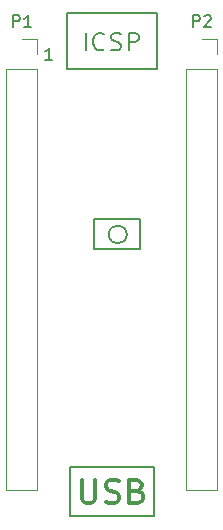
<source format=gbr>
G04 #@! TF.GenerationSoftware,KiCad,Pcbnew,(5.1.4)-1*
G04 #@! TF.CreationDate,2019-10-18T00:08:50-04:00*
G04 #@! TF.ProjectId,RepRap Display Controller,52657052-6170-4204-9469-73706c617920,rev?*
G04 #@! TF.SameCoordinates,Original*
G04 #@! TF.FileFunction,Legend,Top*
G04 #@! TF.FilePolarity,Positive*
%FSLAX46Y46*%
G04 Gerber Fmt 4.6, Leading zero omitted, Abs format (unit mm)*
G04 Created by KiCad (PCBNEW (5.1.4)-1) date 2019-10-18 00:08:50*
%MOMM*%
%LPD*%
G04 APERTURE LIST*
%ADD10C,0.150000*%
%ADD11C,0.300000*%
%ADD12C,0.120000*%
G04 APERTURE END LIST*
D10*
X150622000Y-106172000D02*
X150622000Y-110363000D01*
X143510000Y-106172000D02*
X150622000Y-106172000D01*
X143510000Y-110363000D02*
X143510000Y-106172000D01*
X150622000Y-110363000D02*
X143510000Y-110363000D01*
X150876000Y-67754500D02*
X143256000Y-67754500D01*
X150876000Y-72517000D02*
X150876000Y-67754500D01*
X143256000Y-72517000D02*
X150876000Y-72517000D01*
X143256000Y-67754500D02*
X143256000Y-72517000D01*
X148336000Y-86487000D02*
G75*
G03X148336000Y-86487000I-762000J0D01*
G01*
X149479000Y-85217000D02*
X145542000Y-85217000D01*
X149479000Y-87757000D02*
X149479000Y-85217000D01*
X145542000Y-87757000D02*
X149479000Y-87757000D01*
X145542000Y-85217000D02*
X145542000Y-87757000D01*
X144851714Y-70909571D02*
X144851714Y-69409571D01*
X146423142Y-70766714D02*
X146351714Y-70838142D01*
X146137428Y-70909571D01*
X145994571Y-70909571D01*
X145780285Y-70838142D01*
X145637428Y-70695285D01*
X145566000Y-70552428D01*
X145494571Y-70266714D01*
X145494571Y-70052428D01*
X145566000Y-69766714D01*
X145637428Y-69623857D01*
X145780285Y-69481000D01*
X145994571Y-69409571D01*
X146137428Y-69409571D01*
X146351714Y-69481000D01*
X146423142Y-69552428D01*
X146994571Y-70838142D02*
X147208857Y-70909571D01*
X147566000Y-70909571D01*
X147708857Y-70838142D01*
X147780285Y-70766714D01*
X147851714Y-70623857D01*
X147851714Y-70481000D01*
X147780285Y-70338142D01*
X147708857Y-70266714D01*
X147566000Y-70195285D01*
X147280285Y-70123857D01*
X147137428Y-70052428D01*
X147066000Y-69981000D01*
X146994571Y-69838142D01*
X146994571Y-69695285D01*
X147066000Y-69552428D01*
X147137428Y-69481000D01*
X147280285Y-69409571D01*
X147637428Y-69409571D01*
X147851714Y-69481000D01*
X148494571Y-70909571D02*
X148494571Y-69409571D01*
X149066000Y-69409571D01*
X149208857Y-69481000D01*
X149280285Y-69552428D01*
X149351714Y-69695285D01*
X149351714Y-69909571D01*
X149280285Y-70052428D01*
X149208857Y-70123857D01*
X149066000Y-70195285D01*
X148494571Y-70195285D01*
D11*
X144542190Y-107235761D02*
X144542190Y-108854809D01*
X144637428Y-109045285D01*
X144732666Y-109140523D01*
X144923142Y-109235761D01*
X145304095Y-109235761D01*
X145494571Y-109140523D01*
X145589809Y-109045285D01*
X145685047Y-108854809D01*
X145685047Y-107235761D01*
X146542190Y-109140523D02*
X146827904Y-109235761D01*
X147304095Y-109235761D01*
X147494571Y-109140523D01*
X147589809Y-109045285D01*
X147685047Y-108854809D01*
X147685047Y-108664333D01*
X147589809Y-108473857D01*
X147494571Y-108378619D01*
X147304095Y-108283380D01*
X146923142Y-108188142D01*
X146732666Y-108092904D01*
X146637428Y-107997666D01*
X146542190Y-107807190D01*
X146542190Y-107616714D01*
X146637428Y-107426238D01*
X146732666Y-107331000D01*
X146923142Y-107235761D01*
X147399333Y-107235761D01*
X147685047Y-107331000D01*
X149208857Y-108188142D02*
X149494571Y-108283380D01*
X149589809Y-108378619D01*
X149685047Y-108569095D01*
X149685047Y-108854809D01*
X149589809Y-109045285D01*
X149494571Y-109140523D01*
X149304095Y-109235761D01*
X148542190Y-109235761D01*
X148542190Y-107235761D01*
X149208857Y-107235761D01*
X149399333Y-107331000D01*
X149494571Y-107426238D01*
X149589809Y-107616714D01*
X149589809Y-107807190D01*
X149494571Y-107997666D01*
X149399333Y-108092904D01*
X149208857Y-108188142D01*
X148542190Y-108188142D01*
D10*
X142017714Y-71699380D02*
X141446285Y-71699380D01*
X141732000Y-71699380D02*
X141732000Y-70699380D01*
X141636761Y-70842238D01*
X141541523Y-70937476D01*
X141446285Y-70985095D01*
D12*
X154686000Y-69917000D02*
X156016000Y-69917000D01*
X156016000Y-69917000D02*
X156016000Y-71247000D01*
X156016000Y-72517000D02*
X156016000Y-108137000D01*
X153356000Y-108137000D02*
X156016000Y-108137000D01*
X153356000Y-72517000D02*
X153356000Y-108137000D01*
X153356000Y-72517000D02*
X156016000Y-72517000D01*
X139446000Y-69917000D02*
X140776000Y-69917000D01*
X140776000Y-69917000D02*
X140776000Y-71247000D01*
X140776000Y-72517000D02*
X140776000Y-108137000D01*
X138116000Y-108137000D02*
X140776000Y-108137000D01*
X138116000Y-72517000D02*
X138116000Y-108137000D01*
X138116000Y-72517000D02*
X140776000Y-72517000D01*
D10*
X153947904Y-68929380D02*
X153947904Y-67929380D01*
X154328857Y-67929380D01*
X154424095Y-67977000D01*
X154471714Y-68024619D01*
X154519333Y-68119857D01*
X154519333Y-68262714D01*
X154471714Y-68357952D01*
X154424095Y-68405571D01*
X154328857Y-68453190D01*
X153947904Y-68453190D01*
X154900285Y-68024619D02*
X154947904Y-67977000D01*
X155043142Y-67929380D01*
X155281238Y-67929380D01*
X155376476Y-67977000D01*
X155424095Y-68024619D01*
X155471714Y-68119857D01*
X155471714Y-68215095D01*
X155424095Y-68357952D01*
X154852666Y-68929380D01*
X155471714Y-68929380D01*
X138707904Y-68929380D02*
X138707904Y-67929380D01*
X139088857Y-67929380D01*
X139184095Y-67977000D01*
X139231714Y-68024619D01*
X139279333Y-68119857D01*
X139279333Y-68262714D01*
X139231714Y-68357952D01*
X139184095Y-68405571D01*
X139088857Y-68453190D01*
X138707904Y-68453190D01*
X140231714Y-68929380D02*
X139660285Y-68929380D01*
X139946000Y-68929380D02*
X139946000Y-67929380D01*
X139850761Y-68072238D01*
X139755523Y-68167476D01*
X139660285Y-68215095D01*
M02*

</source>
